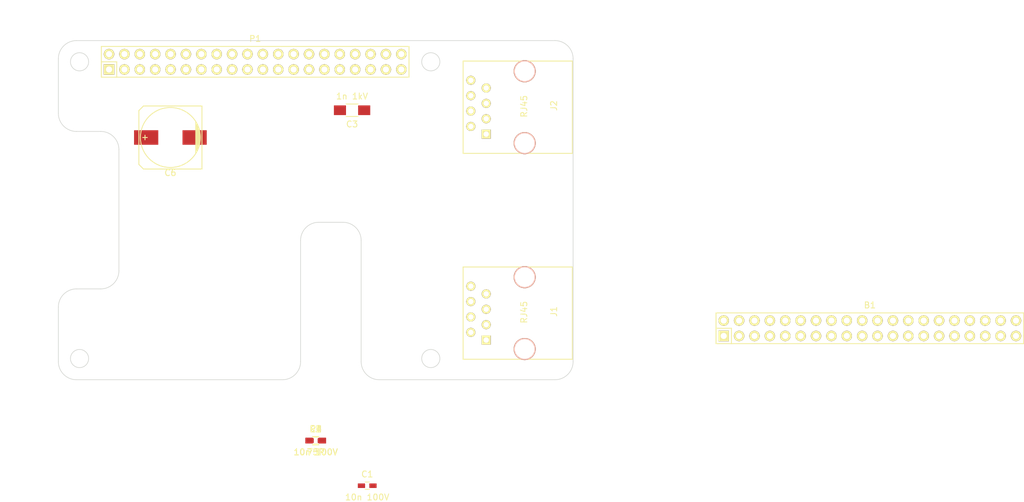
<source format=kicad_pcb>
(kicad_pcb (version 4) (host pcbnew "(2014-08-05 BZR 5054)-product")

  (general
    (links 25)
    (no_connects 22)
    (area 34.949999 31.949999 120.050001 88.050001)
    (thickness 1.6)
    (drawings 40)
    (tracks 0)
    (zones 0)
    (modules 14)
    (nets 56)
  )

  (page A4)
  (layers
    (0 F.Cu signal)
    (31 B.Cu signal)
    (32 B.Adhes user)
    (33 F.Adhes user)
    (34 B.Paste user)
    (35 F.Paste user)
    (36 B.SilkS user)
    (37 F.SilkS user)
    (38 B.Mask user)
    (39 F.Mask user)
    (40 Dwgs.User user)
    (41 Cmts.User user)
    (42 Eco1.User user)
    (43 Eco2.User user)
    (44 Edge.Cuts user)
    (45 Margin user)
    (46 B.CrtYd user)
    (47 F.CrtYd user)
    (48 B.Fab user)
    (49 F.Fab user)
  )

  (setup
    (last_trace_width 0.254)
    (trace_clearance 0.254)
    (zone_clearance 0.508)
    (zone_45_only no)
    (trace_min 0.254)
    (segment_width 0.2)
    (edge_width 0.1)
    (via_size 0.889)
    (via_drill 0.635)
    (via_min_size 0.889)
    (via_min_drill 0.508)
    (uvia_size 0.508)
    (uvia_drill 0.127)
    (uvias_allowed no)
    (uvia_min_size 0.508)
    (uvia_min_drill 0.127)
    (pcb_text_width 0.3)
    (pcb_text_size 1.5 1.5)
    (mod_edge_width 0.15)
    (mod_text_size 1 1)
    (mod_text_width 0.15)
    (pad_size 1.5 1.5)
    (pad_drill 0.6)
    (pad_to_mask_clearance 0)
    (aux_axis_origin 0 0)
    (visible_elements FFFFFF7F)
    (pcbplotparams
      (layerselection 0x00030_80000001)
      (usegerberextensions false)
      (excludeedgelayer true)
      (linewidth 0.100000)
      (plotframeref false)
      (viasonmask false)
      (mode 1)
      (useauxorigin false)
      (hpglpennumber 1)
      (hpglpenspeed 20)
      (hpglpendiameter 15)
      (hpglpenoverlay 2)
      (psnegative false)
      (psa4output false)
      (plotreference true)
      (plotvalue true)
      (plotinvisibletext false)
      (padsonsilk false)
      (subtractmaskfromsilk false)
      (outputformat 1)
      (mirror false)
      (drillshape 1)
      (scaleselection 1)
      (outputdirectory ""))
  )

  (net 0 "")
  (net 1 GNDD)
  (net 2 /POE_A-)
  (net 3 /VIN)
  (net 4 /POE_A+)
  (net 5 /POE_B-)
  (net 6 "Net-(C1-Pad2)")
  (net 7 /POE_B+)
  (net 8 "Net-(C2-Pad2)")
  (net 9 "Net-(C3-Pad1)")
  (net 10 GNDA)
  (net 11 "Net-(C4-Pad2)")
  (net 12 "Net-(C5-Pad2)")
  (net 13 +5V)
  (net 14 GND)
  (net 15 "Net-(J1-Pad1)")
  (net 16 "Net-(J1-Pad2)")
  (net 17 "Net-(J1-Pad3)")
  (net 18 "Net-(J1-Pad4)")
  (net 19 "Net-(J1-Pad5)")
  (net 20 "Net-(J1-Pad6)")
  (net 21 "Net-(J1-Pad7)")
  (net 22 "Net-(J1-Pad8)")
  (net 23 "Net-(J2-Pad1)")
  (net 24 "Net-(J2-Pad2)")
  (net 25 "Net-(J2-Pad3)")
  (net 26 "Net-(J2-Pad6)")
  (net 27 +3V3)
  (net 28 "Net-(P1-Pad3)")
  (net 29 "Net-(P1-Pad5)")
  (net 30 "Net-(P1-Pad7)")
  (net 31 "Net-(P1-Pad8)")
  (net 32 "Net-(P1-Pad10)")
  (net 33 "Net-(P1-Pad11)")
  (net 34 "Net-(P1-Pad12)")
  (net 35 "Net-(P1-Pad13)")
  (net 36 "Net-(P1-Pad15)")
  (net 37 "Net-(P1-Pad16)")
  (net 38 "Net-(P1-Pad18)")
  (net 39 "Net-(P1-Pad19)")
  (net 40 "Net-(P1-Pad21)")
  (net 41 "Net-(P1-Pad22)")
  (net 42 "Net-(P1-Pad23)")
  (net 43 "Net-(P1-Pad24)")
  (net 44 "Net-(P1-Pad26)")
  (net 45 "Net-(P1-Pad27)")
  (net 46 "Net-(P1-Pad28)")
  (net 47 "Net-(P1-Pad29)")
  (net 48 "Net-(P1-Pad31)")
  (net 49 "Net-(P1-Pad32)")
  (net 50 "Net-(P1-Pad33)")
  (net 51 "Net-(P1-Pad35)")
  (net 52 "Net-(P1-Pad36)")
  (net 53 "Net-(P1-Pad37)")
  (net 54 "Net-(P1-Pad38)")
  (net 55 "Net-(P1-Pad40)")

  (net_class Default "This is the default net class."
    (clearance 0.254)
    (trace_width 0.254)
    (via_dia 0.889)
    (via_drill 0.635)
    (uvia_dia 0.508)
    (uvia_drill 0.127)
    (add_net +3V3)
    (add_net +5V)
    (add_net /POE_A+)
    (add_net /POE_A-)
    (add_net /POE_B+)
    (add_net /POE_B-)
    (add_net /VIN)
    (add_net GND)
    (add_net GNDA)
    (add_net GNDD)
    (add_net "Net-(C1-Pad2)")
    (add_net "Net-(C2-Pad2)")
    (add_net "Net-(C3-Pad1)")
    (add_net "Net-(C4-Pad2)")
    (add_net "Net-(C5-Pad2)")
    (add_net "Net-(J1-Pad1)")
    (add_net "Net-(J1-Pad2)")
    (add_net "Net-(J1-Pad3)")
    (add_net "Net-(J1-Pad4)")
    (add_net "Net-(J1-Pad5)")
    (add_net "Net-(J1-Pad6)")
    (add_net "Net-(J1-Pad7)")
    (add_net "Net-(J1-Pad8)")
    (add_net "Net-(J2-Pad1)")
    (add_net "Net-(J2-Pad2)")
    (add_net "Net-(J2-Pad3)")
    (add_net "Net-(J2-Pad6)")
    (add_net "Net-(P1-Pad10)")
    (add_net "Net-(P1-Pad11)")
    (add_net "Net-(P1-Pad12)")
    (add_net "Net-(P1-Pad13)")
    (add_net "Net-(P1-Pad15)")
    (add_net "Net-(P1-Pad16)")
    (add_net "Net-(P1-Pad18)")
    (add_net "Net-(P1-Pad19)")
    (add_net "Net-(P1-Pad21)")
    (add_net "Net-(P1-Pad22)")
    (add_net "Net-(P1-Pad23)")
    (add_net "Net-(P1-Pad24)")
    (add_net "Net-(P1-Pad26)")
    (add_net "Net-(P1-Pad27)")
    (add_net "Net-(P1-Pad28)")
    (add_net "Net-(P1-Pad29)")
    (add_net "Net-(P1-Pad3)")
    (add_net "Net-(P1-Pad31)")
    (add_net "Net-(P1-Pad32)")
    (add_net "Net-(P1-Pad33)")
    (add_net "Net-(P1-Pad35)")
    (add_net "Net-(P1-Pad36)")
    (add_net "Net-(P1-Pad37)")
    (add_net "Net-(P1-Pad38)")
    (add_net "Net-(P1-Pad40)")
    (add_net "Net-(P1-Pad5)")
    (add_net "Net-(P1-Pad7)")
    (add_net "Net-(P1-Pad8)")
  )

  (module Pin_Headers:Pin_Header_Straight_2x20 (layer F.Cu) (tedit 54D3920F) (tstamp 54D39290)
    (at 169 79.5)
    (descr "Through hole pin header")
    (tags "pin header")
    (path /54A92A1C)
    (fp_text reference B1 (at 0 -3.81) (layer F.SilkS)
      (effects (font (size 1 1) (thickness 0.15)))
    )
    (fp_text value MBS1 (at 0 0) (layer F.SilkS) hide
      (effects (font (size 1 1) (thickness 0.15)))
    )
    (fp_line (start 25.4 -2.54) (end -25.4 -2.54) (layer F.SilkS) (width 0.15))
    (fp_line (start -22.86 2.54) (end 25.4 2.54) (layer F.SilkS) (width 0.15))
    (fp_line (start 25.4 -2.54) (end 25.4 2.54) (layer F.SilkS) (width 0.15))
    (fp_line (start -25.4 -2.54) (end -25.4 0) (layer F.SilkS) (width 0.15))
    (fp_line (start -25.4 2.54) (end -22.86 2.54) (layer F.SilkS) (width 0.15))
    (fp_line (start -25.4 0) (end -22.86 0) (layer F.SilkS) (width 0.15))
    (fp_line (start -22.86 0) (end -22.86 2.54) (layer F.SilkS) (width 0.15))
    (fp_line (start -25.4 2.54) (end -25.4 0) (layer F.SilkS) (width 0.15))
    (pad 1 thru_hole rect (at -24.13 1.27) (size 1.7272 1.7272) (drill 1.016) (layers *.Cu *.Mask F.SilkS)
      (net 1 GNDD))
    (pad 2 thru_hole oval (at -24.13 -1.27) (size 1.7272 1.7272) (drill 1.016) (layers *.Cu *.Mask F.SilkS)
      (net 2 /POE_A-))
    (pad 3 thru_hole oval (at -21.59 1.27) (size 1.7272 1.7272) (drill 1.016) (layers *.Cu *.Mask F.SilkS)
      (net 3 /VIN))
    (pad 4 thru_hole oval (at -21.59 -1.27) (size 1.7272 1.7272) (drill 1.016) (layers *.Cu *.Mask F.SilkS)
      (net 4 /POE_A+))
    (pad 5 thru_hole oval (at -19.05 1.27) (size 1.7272 1.7272) (drill 1.016) (layers *.Cu *.Mask F.SilkS))
    (pad 6 thru_hole oval (at -19.05 -1.27) (size 1.7272 1.7272) (drill 1.016) (layers *.Cu *.Mask F.SilkS))
    (pad 7 thru_hole oval (at -16.51 1.27) (size 1.7272 1.7272) (drill 1.016) (layers *.Cu *.Mask F.SilkS))
    (pad 8 thru_hole oval (at -16.51 -1.27) (size 1.7272 1.7272) (drill 1.016) (layers *.Cu *.Mask F.SilkS))
    (pad 9 thru_hole oval (at -13.97 1.27) (size 1.7272 1.7272) (drill 1.016) (layers *.Cu *.Mask F.SilkS))
    (pad 10 thru_hole oval (at -13.97 -1.27) (size 1.7272 1.7272) (drill 1.016) (layers *.Cu *.Mask F.SilkS))
    (pad 11 thru_hole oval (at -11.43 1.27) (size 1.7272 1.7272) (drill 1.016) (layers *.Cu *.Mask F.SilkS))
    (pad 12 thru_hole oval (at -11.43 -1.27) (size 1.7272 1.7272) (drill 1.016) (layers *.Cu *.Mask F.SilkS))
    (pad 13 thru_hole oval (at -8.89 1.27) (size 1.7272 1.7272) (drill 1.016) (layers *.Cu *.Mask F.SilkS))
    (pad 14 thru_hole oval (at -8.89 -1.27) (size 1.7272 1.7272) (drill 1.016) (layers *.Cu *.Mask F.SilkS))
    (pad 15 thru_hole oval (at -6.35 1.27) (size 1.7272 1.7272) (drill 1.016) (layers *.Cu *.Mask F.SilkS))
    (pad 16 thru_hole oval (at -6.35 -1.27) (size 1.7272 1.7272) (drill 1.016) (layers *.Cu *.Mask F.SilkS))
    (pad 17 thru_hole oval (at -3.81 1.27) (size 1.7272 1.7272) (drill 1.016) (layers *.Cu *.Mask F.SilkS))
    (pad 18 thru_hole oval (at -3.81 -1.27) (size 1.7272 1.7272) (drill 1.016) (layers *.Cu *.Mask F.SilkS))
    (pad 19 thru_hole oval (at -1.27 1.27) (size 1.7272 1.7272) (drill 1.016) (layers *.Cu *.Mask F.SilkS))
    (pad 20 thru_hole oval (at -1.27 -1.27) (size 1.7272 1.7272) (drill 1.016) (layers *.Cu *.Mask F.SilkS))
    (pad 21 thru_hole oval (at 1.27 1.27) (size 1.7272 1.7272) (drill 1.016) (layers *.Cu *.Mask F.SilkS))
    (pad 22 thru_hole oval (at 1.27 -1.27) (size 1.7272 1.7272) (drill 1.016) (layers *.Cu *.Mask F.SilkS))
    (pad 23 thru_hole oval (at 3.81 1.27) (size 1.7272 1.7272) (drill 1.016) (layers *.Cu *.Mask F.SilkS))
    (pad 24 thru_hole oval (at 3.81 -1.27) (size 1.7272 1.7272) (drill 1.016) (layers *.Cu *.Mask F.SilkS))
    (pad 25 thru_hole oval (at 6.35 1.27) (size 1.7272 1.7272) (drill 1.016) (layers *.Cu *.Mask F.SilkS))
    (pad 26 thru_hole oval (at 6.35 -1.27) (size 1.7272 1.7272) (drill 1.016) (layers *.Cu *.Mask F.SilkS))
    (pad 27 thru_hole oval (at 8.89 1.27) (size 1.7272 1.7272) (drill 1.016) (layers *.Cu *.Mask F.SilkS))
    (pad 28 thru_hole oval (at 8.89 -1.27) (size 1.7272 1.7272) (drill 1.016) (layers *.Cu *.Mask F.SilkS))
    (pad 29 thru_hole oval (at 11.43 1.27) (size 1.7272 1.7272) (drill 1.016) (layers *.Cu *.Mask F.SilkS))
    (pad 30 thru_hole oval (at 11.43 -1.27) (size 1.7272 1.7272) (drill 1.016) (layers *.Cu *.Mask F.SilkS))
    (pad 31 thru_hole oval (at 13.97 1.27) (size 1.7272 1.7272) (drill 1.016) (layers *.Cu *.Mask F.SilkS))
    (pad 32 thru_hole oval (at 13.97 -1.27) (size 1.7272 1.7272) (drill 1.016) (layers *.Cu *.Mask F.SilkS))
    (pad 33 thru_hole oval (at 16.51 1.27) (size 1.7272 1.7272) (drill 1.016) (layers *.Cu *.Mask F.SilkS))
    (pad 34 thru_hole oval (at 16.51 -1.27) (size 1.7272 1.7272) (drill 1.016) (layers *.Cu *.Mask F.SilkS))
    (pad 35 thru_hole oval (at 19.05 1.27) (size 1.7272 1.7272) (drill 1.016) (layers *.Cu *.Mask F.SilkS))
    (pad 36 thru_hole oval (at 19.05 -1.27) (size 1.7272 1.7272) (drill 1.016) (layers *.Cu *.Mask F.SilkS))
    (pad 37 thru_hole oval (at 21.59 1.27) (size 1.7272 1.7272) (drill 1.016) (layers *.Cu *.Mask F.SilkS))
    (pad 38 thru_hole oval (at 21.59 -1.27) (size 1.7272 1.7272) (drill 1.016) (layers *.Cu *.Mask F.SilkS))
    (pad 39 thru_hole oval (at 24.13 1.27) (size 1.7272 1.7272) (drill 1.016) (layers *.Cu *.Mask F.SilkS))
    (pad 40 thru_hole oval (at 24.13 -1.27) (size 1.7272 1.7272) (drill 1.016) (layers *.Cu *.Mask F.SilkS))
    (model Pin_Headers/Pin_Header_Straight_2x20.wrl
      (at (xyz 0 0 0))
      (scale (xyz 1 1 1))
      (rotate (xyz 0 0 0))
    )
  )

  (module Capacitors_SMD:C_0603_HandSoldering (layer F.Cu) (tedit 541A9B4D) (tstamp 54D39296)
    (at 86 105.5)
    (descr "Capacitor SMD 0603, hand soldering")
    (tags "capacitor 0603")
    (path /54CE35F8)
    (attr smd)
    (fp_text reference C1 (at 0 -1.9) (layer F.SilkS)
      (effects (font (size 1 1) (thickness 0.15)))
    )
    (fp_text value "10n 100V" (at 0 1.9) (layer F.SilkS)
      (effects (font (size 1 1) (thickness 0.15)))
    )
    (fp_line (start -1.85 -0.75) (end 1.85 -0.75) (layer F.CrtYd) (width 0.05))
    (fp_line (start -1.85 0.75) (end 1.85 0.75) (layer F.CrtYd) (width 0.05))
    (fp_line (start -1.85 -0.75) (end -1.85 0.75) (layer F.CrtYd) (width 0.05))
    (fp_line (start 1.85 -0.75) (end 1.85 0.75) (layer F.CrtYd) (width 0.05))
    (fp_line (start -0.35 -0.6) (end 0.35 -0.6) (layer F.SilkS) (width 0.15))
    (fp_line (start 0.35 0.6) (end -0.35 0.6) (layer F.SilkS) (width 0.15))
    (pad 1 smd rect (at -0.95 0) (size 1.2 0.75) (layers F.Cu F.Paste F.Mask)
      (net 5 /POE_B-))
    (pad 2 smd rect (at 0.95 0) (size 1.2 0.75) (layers F.Cu F.Paste F.Mask)
      (net 6 "Net-(C1-Pad2)"))
    (model Capacitors_SMD/C_0603_HandSoldering.wrl
      (at (xyz 0 0 0))
      (scale (xyz 1 1 1))
      (rotate (xyz 0 0 0))
    )
  )

  (module Capacitors_SMD:C_0603_HandSoldering (layer F.Cu) (tedit 541A9B4D) (tstamp 54D3929C)
    (at 77.5 98.050001)
    (descr "Capacitor SMD 0603, hand soldering")
    (tags "capacitor 0603")
    (path /54CE366C)
    (attr smd)
    (fp_text reference C2 (at 0 -1.9) (layer F.SilkS)
      (effects (font (size 1 1) (thickness 0.15)))
    )
    (fp_text value "10n 100V" (at 0 1.9) (layer F.SilkS)
      (effects (font (size 1 1) (thickness 0.15)))
    )
    (fp_line (start -1.85 -0.75) (end 1.85 -0.75) (layer F.CrtYd) (width 0.05))
    (fp_line (start -1.85 0.75) (end 1.85 0.75) (layer F.CrtYd) (width 0.05))
    (fp_line (start -1.85 -0.75) (end -1.85 0.75) (layer F.CrtYd) (width 0.05))
    (fp_line (start 1.85 -0.75) (end 1.85 0.75) (layer F.CrtYd) (width 0.05))
    (fp_line (start -0.35 -0.6) (end 0.35 -0.6) (layer F.SilkS) (width 0.15))
    (fp_line (start 0.35 0.6) (end -0.35 0.6) (layer F.SilkS) (width 0.15))
    (pad 1 smd rect (at -0.95 0) (size 1.2 0.75) (layers F.Cu F.Paste F.Mask)
      (net 7 /POE_B+))
    (pad 2 smd rect (at 0.95 0) (size 1.2 0.75) (layers F.Cu F.Paste F.Mask)
      (net 8 "Net-(C2-Pad2)"))
    (model Capacitors_SMD/C_0603_HandSoldering.wrl
      (at (xyz 0 0 0))
      (scale (xyz 1 1 1))
      (rotate (xyz 0 0 0))
    )
  )

  (module Capacitors_SMD:C_1206_HandSoldering (layer F.Cu) (tedit 541A9C03) (tstamp 54D392A2)
    (at 83.5 43.5 180)
    (descr "Capacitor SMD 1206, hand soldering")
    (tags "capacitor 1206")
    (path /54CE3C15)
    (attr smd)
    (fp_text reference C3 (at 0 -2.3 180) (layer F.SilkS)
      (effects (font (size 1 1) (thickness 0.15)))
    )
    (fp_text value "1n 1kV" (at 0 2.3 180) (layer F.SilkS)
      (effects (font (size 1 1) (thickness 0.15)))
    )
    (fp_line (start -3.3 -1.15) (end 3.3 -1.15) (layer F.CrtYd) (width 0.05))
    (fp_line (start -3.3 1.15) (end 3.3 1.15) (layer F.CrtYd) (width 0.05))
    (fp_line (start -3.3 -1.15) (end -3.3 1.15) (layer F.CrtYd) (width 0.05))
    (fp_line (start 3.3 -1.15) (end 3.3 1.15) (layer F.CrtYd) (width 0.05))
    (fp_line (start 1 -1.025) (end -1 -1.025) (layer F.SilkS) (width 0.15))
    (fp_line (start -1 1.025) (end 1 1.025) (layer F.SilkS) (width 0.15))
    (pad 1 smd rect (at -2 0 180) (size 2 1.6) (layers F.Cu F.Paste F.Mask)
      (net 9 "Net-(C3-Pad1)"))
    (pad 2 smd rect (at 2 0 180) (size 2 1.6) (layers F.Cu F.Paste F.Mask)
      (net 10 GNDA))
    (model Capacitors_SMD/C_1206_HandSoldering.wrl
      (at (xyz 0 0 0))
      (scale (xyz 1 1 1))
      (rotate (xyz 0 0 0))
    )
  )

  (module Capacitors_SMD:C_0603_HandSoldering (layer F.Cu) (tedit 541A9B4D) (tstamp 54D392A8)
    (at 77.5 98.050001)
    (descr "Capacitor SMD 0603, hand soldering")
    (tags "capacitor 0603")
    (path /54CE3693)
    (attr smd)
    (fp_text reference C4 (at 0 -1.9) (layer F.SilkS)
      (effects (font (size 1 1) (thickness 0.15)))
    )
    (fp_text value "10n 100V" (at 0 1.9) (layer F.SilkS)
      (effects (font (size 1 1) (thickness 0.15)))
    )
    (fp_line (start -1.85 -0.75) (end 1.85 -0.75) (layer F.CrtYd) (width 0.05))
    (fp_line (start -1.85 0.75) (end 1.85 0.75) (layer F.CrtYd) (width 0.05))
    (fp_line (start -1.85 -0.75) (end -1.85 0.75) (layer F.CrtYd) (width 0.05))
    (fp_line (start 1.85 -0.75) (end 1.85 0.75) (layer F.CrtYd) (width 0.05))
    (fp_line (start -0.35 -0.6) (end 0.35 -0.6) (layer F.SilkS) (width 0.15))
    (fp_line (start 0.35 0.6) (end -0.35 0.6) (layer F.SilkS) (width 0.15))
    (pad 1 smd rect (at -0.95 0) (size 1.2 0.75) (layers F.Cu F.Paste F.Mask)
      (net 2 /POE_A-))
    (pad 2 smd rect (at 0.95 0) (size 1.2 0.75) (layers F.Cu F.Paste F.Mask)
      (net 11 "Net-(C4-Pad2)"))
    (model Capacitors_SMD/C_0603_HandSoldering.wrl
      (at (xyz 0 0 0))
      (scale (xyz 1 1 1))
      (rotate (xyz 0 0 0))
    )
  )

  (module Capacitors_SMD:C_0603_HandSoldering (layer F.Cu) (tedit 541A9B4D) (tstamp 54D392AE)
    (at 77.5 98.050001)
    (descr "Capacitor SMD 0603, hand soldering")
    (tags "capacitor 0603")
    (path /54CE36B2)
    (attr smd)
    (fp_text reference C5 (at 0 -1.9) (layer F.SilkS)
      (effects (font (size 1 1) (thickness 0.15)))
    )
    (fp_text value "10n 100V" (at 0 1.9) (layer F.SilkS)
      (effects (font (size 1 1) (thickness 0.15)))
    )
    (fp_line (start -1.85 -0.75) (end 1.85 -0.75) (layer F.CrtYd) (width 0.05))
    (fp_line (start -1.85 0.75) (end 1.85 0.75) (layer F.CrtYd) (width 0.05))
    (fp_line (start -1.85 -0.75) (end -1.85 0.75) (layer F.CrtYd) (width 0.05))
    (fp_line (start 1.85 -0.75) (end 1.85 0.75) (layer F.CrtYd) (width 0.05))
    (fp_line (start -0.35 -0.6) (end 0.35 -0.6) (layer F.SilkS) (width 0.15))
    (fp_line (start 0.35 0.6) (end -0.35 0.6) (layer F.SilkS) (width 0.15))
    (pad 1 smd rect (at -0.95 0) (size 1.2 0.75) (layers F.Cu F.Paste F.Mask)
      (net 4 /POE_A+))
    (pad 2 smd rect (at 0.95 0) (size 1.2 0.75) (layers F.Cu F.Paste F.Mask)
      (net 12 "Net-(C5-Pad2)"))
    (model Capacitors_SMD/C_0603_HandSoldering.wrl
      (at (xyz 0 0 0))
      (scale (xyz 1 1 1))
      (rotate (xyz 0 0 0))
    )
  )

  (module Capacitors_SMD:c_elec_10x10 (layer F.Cu) (tedit 54D3920F) (tstamp 54D392B4)
    (at 53.5 48 180)
    (descr "SMT capacitor, aluminium electrolytic, 10x10")
    (path /54CE6429)
    (fp_text reference C6 (at 0 -5.842 180) (layer F.SilkS)
      (effects (font (size 1 1) (thickness 0.15)))
    )
    (fp_text value 470u (at 0 5.842 180) (layer F.SilkS) hide
      (effects (font (size 1 1) (thickness 0.15)))
    )
    (fp_line (start -4.826 1.016) (end -4.826 -1.016) (layer F.SilkS) (width 0.15))
    (fp_line (start -4.699 -1.397) (end -4.699 1.524) (layer F.SilkS) (width 0.15))
    (fp_line (start -4.572 1.778) (end -4.572 -1.778) (layer F.SilkS) (width 0.15))
    (fp_line (start -4.445 -2.159) (end -4.445 2.159) (layer F.SilkS) (width 0.15))
    (fp_line (start -4.318 2.413) (end -4.318 -2.413) (layer F.SilkS) (width 0.15))
    (fp_line (start -4.191 -2.54) (end -4.191 2.54) (layer F.SilkS) (width 0.15))
    (fp_circle (center 0 0) (end 4.953 0) (layer F.SilkS) (width 0.15))
    (fp_line (start -5.207 -5.207) (end -5.207 5.207) (layer F.SilkS) (width 0.15))
    (fp_line (start -5.207 5.207) (end 4.445 5.207) (layer F.SilkS) (width 0.15))
    (fp_line (start 4.445 5.207) (end 5.207 4.445) (layer F.SilkS) (width 0.15))
    (fp_line (start 5.207 4.445) (end 5.207 -4.445) (layer F.SilkS) (width 0.15))
    (fp_line (start 5.207 -4.445) (end 4.445 -5.207) (layer F.SilkS) (width 0.15))
    (fp_line (start 4.445 -5.207) (end -5.207 -5.207) (layer F.SilkS) (width 0.15))
    (fp_line (start 4.572 0) (end 3.81 0) (layer F.SilkS) (width 0.15))
    (fp_line (start 4.191 -0.381) (end 4.191 0.381) (layer F.SilkS) (width 0.15))
    (pad 1 smd rect (at 4.0005 0 180) (size 4.0005 2.4003) (layers F.Cu F.Paste F.Mask)
      (net 13 +5V))
    (pad 2 smd rect (at -4.0005 0 180) (size 4.0005 2.4003) (layers F.Cu F.Paste F.Mask)
      (net 14 GND))
    (model Capacitors_SMD/c_elec_10x10.wrl
      (at (xyz 0 0 0))
      (scale (xyz 1 1 1))
      (rotate (xyz 0 0 0))
    )
  )

  (module Connect:RJ45_8 (layer F.Cu) (tedit 54D3920F) (tstamp 54D392C2)
    (at 112 77 90)
    (tags RJ45)
    (path /54A92C84)
    (fp_text reference J1 (at 0.254 4.826 90) (layer F.SilkS)
      (effects (font (size 1 1) (thickness 0.15)))
    )
    (fp_text value RJ45 (at 0.14224 -0.1016 90) (layer F.SilkS)
      (effects (font (size 1 1) (thickness 0.15)))
    )
    (fp_line (start -7.62 7.874) (end 7.62 7.874) (layer F.SilkS) (width 0.15))
    (fp_line (start 7.62 7.874) (end 7.62 -10.16) (layer F.SilkS) (width 0.15))
    (fp_line (start 7.62 -10.16) (end -7.62 -10.16) (layer F.SilkS) (width 0.15))
    (fp_line (start -7.62 -10.16) (end -7.62 7.874) (layer F.SilkS) (width 0.15))
    (pad Hole np_thru_hole circle (at 5.93852 0 90) (size 3.64998 3.64998) (drill 3.2512) (layers *.Cu *.SilkS *.Mask))
    (pad Hole np_thru_hole circle (at -5.9309 0 90) (size 3.64998 3.64998) (drill 3.2512) (layers *.Cu *.SilkS *.Mask))
    (pad 1 thru_hole rect (at -4.445 -6.35 90) (size 1.50114 1.50114) (drill 0.89916) (layers *.Cu *.Mask F.SilkS)
      (net 15 "Net-(J1-Pad1)"))
    (pad 2 thru_hole circle (at -3.175 -8.89 90) (size 1.50114 1.50114) (drill 0.89916) (layers *.Cu *.Mask F.SilkS)
      (net 16 "Net-(J1-Pad2)"))
    (pad 3 thru_hole circle (at -1.905 -6.35 90) (size 1.50114 1.50114) (drill 0.89916) (layers *.Cu *.Mask F.SilkS)
      (net 17 "Net-(J1-Pad3)"))
    (pad 4 thru_hole circle (at -0.635 -8.89 90) (size 1.50114 1.50114) (drill 0.89916) (layers *.Cu *.Mask F.SilkS)
      (net 18 "Net-(J1-Pad4)"))
    (pad 5 thru_hole circle (at 0.635 -6.35 90) (size 1.50114 1.50114) (drill 0.89916) (layers *.Cu *.Mask F.SilkS)
      (net 19 "Net-(J1-Pad5)"))
    (pad 6 thru_hole circle (at 1.905 -8.89 90) (size 1.50114 1.50114) (drill 0.89916) (layers *.Cu *.Mask F.SilkS)
      (net 20 "Net-(J1-Pad6)"))
    (pad 7 thru_hole circle (at 3.175 -6.35 90) (size 1.50114 1.50114) (drill 0.89916) (layers *.Cu *.Mask F.SilkS)
      (net 21 "Net-(J1-Pad7)"))
    (pad 8 thru_hole circle (at 4.445 -8.89 90) (size 1.50114 1.50114) (drill 0.89916) (layers *.Cu *.Mask F.SilkS)
      (net 22 "Net-(J1-Pad8)"))
    (model Connect/RJ45_8.wrl
      (at (xyz 0 0 0))
      (scale (xyz 0.4000000059604645 0.4000000059604645 0.4000000059604645))
      (rotate (xyz 0 0 0))
    )
  )

  (module Connect:RJ45_8 (layer F.Cu) (tedit 54D3920F) (tstamp 54D392D0)
    (at 112 43 90)
    (tags RJ45)
    (path /54A92AE4)
    (fp_text reference J2 (at 0.254 4.826 90) (layer F.SilkS)
      (effects (font (size 1 1) (thickness 0.15)))
    )
    (fp_text value RJ45 (at 0.14224 -0.1016 90) (layer F.SilkS)
      (effects (font (size 1 1) (thickness 0.15)))
    )
    (fp_line (start -7.62 7.874) (end 7.62 7.874) (layer F.SilkS) (width 0.15))
    (fp_line (start 7.62 7.874) (end 7.62 -10.16) (layer F.SilkS) (width 0.15))
    (fp_line (start 7.62 -10.16) (end -7.62 -10.16) (layer F.SilkS) (width 0.15))
    (fp_line (start -7.62 -10.16) (end -7.62 7.874) (layer F.SilkS) (width 0.15))
    (pad Hole np_thru_hole circle (at 5.93852 0 90) (size 3.64998 3.64998) (drill 3.2512) (layers *.Cu *.SilkS *.Mask))
    (pad Hole np_thru_hole circle (at -5.9309 0 90) (size 3.64998 3.64998) (drill 3.2512) (layers *.Cu *.SilkS *.Mask))
    (pad 1 thru_hole rect (at -4.445 -6.35 90) (size 1.50114 1.50114) (drill 0.89916) (layers *.Cu *.Mask F.SilkS)
      (net 23 "Net-(J2-Pad1)"))
    (pad 2 thru_hole circle (at -3.175 -8.89 90) (size 1.50114 1.50114) (drill 0.89916) (layers *.Cu *.Mask F.SilkS)
      (net 24 "Net-(J2-Pad2)"))
    (pad 3 thru_hole circle (at -1.905 -6.35 90) (size 1.50114 1.50114) (drill 0.89916) (layers *.Cu *.Mask F.SilkS)
      (net 25 "Net-(J2-Pad3)"))
    (pad 4 thru_hole circle (at -0.635 -8.89 90) (size 1.50114 1.50114) (drill 0.89916) (layers *.Cu *.Mask F.SilkS)
      (net 5 /POE_B-))
    (pad 5 thru_hole circle (at 0.635 -6.35 90) (size 1.50114 1.50114) (drill 0.89916) (layers *.Cu *.Mask F.SilkS)
      (net 5 /POE_B-))
    (pad 6 thru_hole circle (at 1.905 -8.89 90) (size 1.50114 1.50114) (drill 0.89916) (layers *.Cu *.Mask F.SilkS)
      (net 26 "Net-(J2-Pad6)"))
    (pad 7 thru_hole circle (at 3.175 -6.35 90) (size 1.50114 1.50114) (drill 0.89916) (layers *.Cu *.Mask F.SilkS)
      (net 7 /POE_B+))
    (pad 8 thru_hole circle (at 4.445 -8.89 90) (size 1.50114 1.50114) (drill 0.89916) (layers *.Cu *.Mask F.SilkS)
      (net 7 /POE_B+))
    (model Connect/RJ45_8.wrl
      (at (xyz 0 0 0))
      (scale (xyz 0.4000000059604645 0.4000000059604645 0.4000000059604645))
      (rotate (xyz 0 0 0))
    )
  )

  (module Pin_Headers:Pin_Header_Straight_2x20 (layer F.Cu) (tedit 54D3920F) (tstamp 54D392FC)
    (at 67.5 35.5)
    (descr "Through hole pin header")
    (tags "pin header")
    (path /54D38363)
    (fp_text reference P1 (at 0 -3.81) (layer F.SilkS)
      (effects (font (size 1 1) (thickness 0.15)))
    )
    (fp_text value CONN_02X20 (at 0 0) (layer F.SilkS) hide
      (effects (font (size 1 1) (thickness 0.15)))
    )
    (fp_line (start 25.4 -2.54) (end -25.4 -2.54) (layer F.SilkS) (width 0.15))
    (fp_line (start -22.86 2.54) (end 25.4 2.54) (layer F.SilkS) (width 0.15))
    (fp_line (start 25.4 -2.54) (end 25.4 2.54) (layer F.SilkS) (width 0.15))
    (fp_line (start -25.4 -2.54) (end -25.4 0) (layer F.SilkS) (width 0.15))
    (fp_line (start -25.4 2.54) (end -22.86 2.54) (layer F.SilkS) (width 0.15))
    (fp_line (start -25.4 0) (end -22.86 0) (layer F.SilkS) (width 0.15))
    (fp_line (start -22.86 0) (end -22.86 2.54) (layer F.SilkS) (width 0.15))
    (fp_line (start -25.4 2.54) (end -25.4 0) (layer F.SilkS) (width 0.15))
    (pad 1 thru_hole rect (at -24.13 1.27) (size 1.7272 1.7272) (drill 1.016) (layers *.Cu *.Mask F.SilkS)
      (net 27 +3V3))
    (pad 2 thru_hole oval (at -24.13 -1.27) (size 1.7272 1.7272) (drill 1.016) (layers *.Cu *.Mask F.SilkS)
      (net 13 +5V))
    (pad 3 thru_hole oval (at -21.59 1.27) (size 1.7272 1.7272) (drill 1.016) (layers *.Cu *.Mask F.SilkS)
      (net 28 "Net-(P1-Pad3)"))
    (pad 4 thru_hole oval (at -21.59 -1.27) (size 1.7272 1.7272) (drill 1.016) (layers *.Cu *.Mask F.SilkS)
      (net 13 +5V))
    (pad 5 thru_hole oval (at -19.05 1.27) (size 1.7272 1.7272) (drill 1.016) (layers *.Cu *.Mask F.SilkS)
      (net 29 "Net-(P1-Pad5)"))
    (pad 6 thru_hole oval (at -19.05 -1.27) (size 1.7272 1.7272) (drill 1.016) (layers *.Cu *.Mask F.SilkS)
      (net 14 GND))
    (pad 7 thru_hole oval (at -16.51 1.27) (size 1.7272 1.7272) (drill 1.016) (layers *.Cu *.Mask F.SilkS)
      (net 30 "Net-(P1-Pad7)"))
    (pad 8 thru_hole oval (at -16.51 -1.27) (size 1.7272 1.7272) (drill 1.016) (layers *.Cu *.Mask F.SilkS)
      (net 31 "Net-(P1-Pad8)"))
    (pad 9 thru_hole oval (at -13.97 1.27) (size 1.7272 1.7272) (drill 1.016) (layers *.Cu *.Mask F.SilkS)
      (net 14 GND))
    (pad 10 thru_hole oval (at -13.97 -1.27) (size 1.7272 1.7272) (drill 1.016) (layers *.Cu *.Mask F.SilkS)
      (net 32 "Net-(P1-Pad10)"))
    (pad 11 thru_hole oval (at -11.43 1.27) (size 1.7272 1.7272) (drill 1.016) (layers *.Cu *.Mask F.SilkS)
      (net 33 "Net-(P1-Pad11)"))
    (pad 12 thru_hole oval (at -11.43 -1.27) (size 1.7272 1.7272) (drill 1.016) (layers *.Cu *.Mask F.SilkS)
      (net 34 "Net-(P1-Pad12)"))
    (pad 13 thru_hole oval (at -8.89 1.27) (size 1.7272 1.7272) (drill 1.016) (layers *.Cu *.Mask F.SilkS)
      (net 35 "Net-(P1-Pad13)"))
    (pad 14 thru_hole oval (at -8.89 -1.27) (size 1.7272 1.7272) (drill 1.016) (layers *.Cu *.Mask F.SilkS)
      (net 14 GND))
    (pad 15 thru_hole oval (at -6.35 1.27) (size 1.7272 1.7272) (drill 1.016) (layers *.Cu *.Mask F.SilkS)
      (net 36 "Net-(P1-Pad15)"))
    (pad 16 thru_hole oval (at -6.35 -1.27) (size 1.7272 1.7272) (drill 1.016) (layers *.Cu *.Mask F.SilkS)
      (net 37 "Net-(P1-Pad16)"))
    (pad 17 thru_hole oval (at -3.81 1.27) (size 1.7272 1.7272) (drill 1.016) (layers *.Cu *.Mask F.SilkS)
      (net 27 +3V3))
    (pad 18 thru_hole oval (at -3.81 -1.27) (size 1.7272 1.7272) (drill 1.016) (layers *.Cu *.Mask F.SilkS)
      (net 38 "Net-(P1-Pad18)"))
    (pad 19 thru_hole oval (at -1.27 1.27) (size 1.7272 1.7272) (drill 1.016) (layers *.Cu *.Mask F.SilkS)
      (net 39 "Net-(P1-Pad19)"))
    (pad 20 thru_hole oval (at -1.27 -1.27) (size 1.7272 1.7272) (drill 1.016) (layers *.Cu *.Mask F.SilkS)
      (net 14 GND))
    (pad 21 thru_hole oval (at 1.27 1.27) (size 1.7272 1.7272) (drill 1.016) (layers *.Cu *.Mask F.SilkS)
      (net 40 "Net-(P1-Pad21)"))
    (pad 22 thru_hole oval (at 1.27 -1.27) (size 1.7272 1.7272) (drill 1.016) (layers *.Cu *.Mask F.SilkS)
      (net 41 "Net-(P1-Pad22)"))
    (pad 23 thru_hole oval (at 3.81 1.27) (size 1.7272 1.7272) (drill 1.016) (layers *.Cu *.Mask F.SilkS)
      (net 42 "Net-(P1-Pad23)"))
    (pad 24 thru_hole oval (at 3.81 -1.27) (size 1.7272 1.7272) (drill 1.016) (layers *.Cu *.Mask F.SilkS)
      (net 43 "Net-(P1-Pad24)"))
    (pad 25 thru_hole oval (at 6.35 1.27) (size 1.7272 1.7272) (drill 1.016) (layers *.Cu *.Mask F.SilkS)
      (net 14 GND))
    (pad 26 thru_hole oval (at 6.35 -1.27) (size 1.7272 1.7272) (drill 1.016) (layers *.Cu *.Mask F.SilkS)
      (net 44 "Net-(P1-Pad26)"))
    (pad 27 thru_hole oval (at 8.89 1.27) (size 1.7272 1.7272) (drill 1.016) (layers *.Cu *.Mask F.SilkS)
      (net 45 "Net-(P1-Pad27)"))
    (pad 28 thru_hole oval (at 8.89 -1.27) (size 1.7272 1.7272) (drill 1.016) (layers *.Cu *.Mask F.SilkS)
      (net 46 "Net-(P1-Pad28)"))
    (pad 29 thru_hole oval (at 11.43 1.27) (size 1.7272 1.7272) (drill 1.016) (layers *.Cu *.Mask F.SilkS)
      (net 47 "Net-(P1-Pad29)"))
    (pad 30 thru_hole oval (at 11.43 -1.27) (size 1.7272 1.7272) (drill 1.016) (layers *.Cu *.Mask F.SilkS)
      (net 14 GND))
    (pad 31 thru_hole oval (at 13.97 1.27) (size 1.7272 1.7272) (drill 1.016) (layers *.Cu *.Mask F.SilkS)
      (net 48 "Net-(P1-Pad31)"))
    (pad 32 thru_hole oval (at 13.97 -1.27) (size 1.7272 1.7272) (drill 1.016) (layers *.Cu *.Mask F.SilkS)
      (net 49 "Net-(P1-Pad32)"))
    (pad 33 thru_hole oval (at 16.51 1.27) (size 1.7272 1.7272) (drill 1.016) (layers *.Cu *.Mask F.SilkS)
      (net 50 "Net-(P1-Pad33)"))
    (pad 34 thru_hole oval (at 16.51 -1.27) (size 1.7272 1.7272) (drill 1.016) (layers *.Cu *.Mask F.SilkS)
      (net 14 GND))
    (pad 35 thru_hole oval (at 19.05 1.27) (size 1.7272 1.7272) (drill 1.016) (layers *.Cu *.Mask F.SilkS)
      (net 51 "Net-(P1-Pad35)"))
    (pad 36 thru_hole oval (at 19.05 -1.27) (size 1.7272 1.7272) (drill 1.016) (layers *.Cu *.Mask F.SilkS)
      (net 52 "Net-(P1-Pad36)"))
    (pad 37 thru_hole oval (at 21.59 1.27) (size 1.7272 1.7272) (drill 1.016) (layers *.Cu *.Mask F.SilkS)
      (net 53 "Net-(P1-Pad37)"))
    (pad 38 thru_hole oval (at 21.59 -1.27) (size 1.7272 1.7272) (drill 1.016) (layers *.Cu *.Mask F.SilkS)
      (net 54 "Net-(P1-Pad38)"))
    (pad 39 thru_hole oval (at 24.13 1.27) (size 1.7272 1.7272) (drill 1.016) (layers *.Cu *.Mask F.SilkS)
      (net 14 GND))
    (pad 40 thru_hole oval (at 24.13 -1.27) (size 1.7272 1.7272) (drill 1.016) (layers *.Cu *.Mask F.SilkS)
      (net 55 "Net-(P1-Pad40)"))
    (model Pin_Headers/Pin_Header_Straight_2x20.wrl
      (at (xyz 0 0 0))
      (scale (xyz 1 1 1))
      (rotate (xyz 0 0 0))
    )
  )

  (module Resistors_SMD:R_0603_HandSoldering (layer F.Cu) (tedit 5418A00F) (tstamp 54D39302)
    (at 77.5 98.050001)
    (descr "Resistor SMD 0603, hand soldering")
    (tags "resistor 0603")
    (path /54CE3746)
    (attr smd)
    (fp_text reference R1 (at 0 -1.9) (layer F.SilkS)
      (effects (font (size 1 1) (thickness 0.15)))
    )
    (fp_text value 75R (at 0 1.9) (layer F.SilkS)
      (effects (font (size 1 1) (thickness 0.15)))
    )
    (fp_line (start -2 -0.8) (end 2 -0.8) (layer F.CrtYd) (width 0.05))
    (fp_line (start -2 0.8) (end 2 0.8) (layer F.CrtYd) (width 0.05))
    (fp_line (start -2 -0.8) (end -2 0.8) (layer F.CrtYd) (width 0.05))
    (fp_line (start 2 -0.8) (end 2 0.8) (layer F.CrtYd) (width 0.05))
    (fp_line (start 0.5 0.675) (end -0.5 0.675) (layer F.SilkS) (width 0.15))
    (fp_line (start -0.5 -0.675) (end 0.5 -0.675) (layer F.SilkS) (width 0.15))
    (pad 1 smd rect (at -1.1 0) (size 1.2 0.9) (layers F.Cu F.Paste F.Mask)
      (net 6 "Net-(C1-Pad2)"))
    (pad 2 smd rect (at 1.1 0) (size 1.2 0.9) (layers F.Cu F.Paste F.Mask)
      (net 9 "Net-(C3-Pad1)"))
    (model Resistors_SMD/R_0603_HandSoldering.wrl
      (at (xyz 0 0 0))
      (scale (xyz 1 1 1))
      (rotate (xyz 0 0 0))
    )
  )

  (module Resistors_SMD:R_0603_HandSoldering (layer F.Cu) (tedit 5418A00F) (tstamp 54D39308)
    (at 77.5 98.050001)
    (descr "Resistor SMD 0603, hand soldering")
    (tags "resistor 0603")
    (path /54CE3779)
    (attr smd)
    (fp_text reference R2 (at 0 -1.9) (layer F.SilkS)
      (effects (font (size 1 1) (thickness 0.15)))
    )
    (fp_text value 75R (at 0 1.9) (layer F.SilkS)
      (effects (font (size 1 1) (thickness 0.15)))
    )
    (fp_line (start -2 -0.8) (end 2 -0.8) (layer F.CrtYd) (width 0.05))
    (fp_line (start -2 0.8) (end 2 0.8) (layer F.CrtYd) (width 0.05))
    (fp_line (start -2 -0.8) (end -2 0.8) (layer F.CrtYd) (width 0.05))
    (fp_line (start 2 -0.8) (end 2 0.8) (layer F.CrtYd) (width 0.05))
    (fp_line (start 0.5 0.675) (end -0.5 0.675) (layer F.SilkS) (width 0.15))
    (fp_line (start -0.5 -0.675) (end 0.5 -0.675) (layer F.SilkS) (width 0.15))
    (pad 1 smd rect (at -1.1 0) (size 1.2 0.9) (layers F.Cu F.Paste F.Mask)
      (net 8 "Net-(C2-Pad2)"))
    (pad 2 smd rect (at 1.1 0) (size 1.2 0.9) (layers F.Cu F.Paste F.Mask)
      (net 9 "Net-(C3-Pad1)"))
    (model Resistors_SMD/R_0603_HandSoldering.wrl
      (at (xyz 0 0 0))
      (scale (xyz 1 1 1))
      (rotate (xyz 0 0 0))
    )
  )

  (module Resistors_SMD:R_0603_HandSoldering (layer F.Cu) (tedit 5418A00F) (tstamp 54D3930E)
    (at 77.5 98.050001)
    (descr "Resistor SMD 0603, hand soldering")
    (tags "resistor 0603")
    (path /54CE3796)
    (attr smd)
    (fp_text reference R3 (at 0 -1.9) (layer F.SilkS)
      (effects (font (size 1 1) (thickness 0.15)))
    )
    (fp_text value 75R (at 0 1.9) (layer F.SilkS)
      (effects (font (size 1 1) (thickness 0.15)))
    )
    (fp_line (start -2 -0.8) (end 2 -0.8) (layer F.CrtYd) (width 0.05))
    (fp_line (start -2 0.8) (end 2 0.8) (layer F.CrtYd) (width 0.05))
    (fp_line (start -2 -0.8) (end -2 0.8) (layer F.CrtYd) (width 0.05))
    (fp_line (start 2 -0.8) (end 2 0.8) (layer F.CrtYd) (width 0.05))
    (fp_line (start 0.5 0.675) (end -0.5 0.675) (layer F.SilkS) (width 0.15))
    (fp_line (start -0.5 -0.675) (end 0.5 -0.675) (layer F.SilkS) (width 0.15))
    (pad 1 smd rect (at -1.1 0) (size 1.2 0.9) (layers F.Cu F.Paste F.Mask)
      (net 11 "Net-(C4-Pad2)"))
    (pad 2 smd rect (at 1.1 0) (size 1.2 0.9) (layers F.Cu F.Paste F.Mask)
      (net 9 "Net-(C3-Pad1)"))
    (model Resistors_SMD/R_0603_HandSoldering.wrl
      (at (xyz 0 0 0))
      (scale (xyz 1 1 1))
      (rotate (xyz 0 0 0))
    )
  )

  (module Resistors_SMD:R_0603_HandSoldering (layer F.Cu) (tedit 5418A00F) (tstamp 54D39314)
    (at 77.5 98.050001)
    (descr "Resistor SMD 0603, hand soldering")
    (tags "resistor 0603")
    (path /54CE37B5)
    (attr smd)
    (fp_text reference R4 (at 0 -1.9) (layer F.SilkS)
      (effects (font (size 1 1) (thickness 0.15)))
    )
    (fp_text value 75R (at 0 1.9) (layer F.SilkS)
      (effects (font (size 1 1) (thickness 0.15)))
    )
    (fp_line (start -2 -0.8) (end 2 -0.8) (layer F.CrtYd) (width 0.05))
    (fp_line (start -2 0.8) (end 2 0.8) (layer F.CrtYd) (width 0.05))
    (fp_line (start -2 -0.8) (end -2 0.8) (layer F.CrtYd) (width 0.05))
    (fp_line (start 2 -0.8) (end 2 0.8) (layer F.CrtYd) (width 0.05))
    (fp_line (start 0.5 0.675) (end -0.5 0.675) (layer F.SilkS) (width 0.15))
    (fp_line (start -0.5 -0.675) (end 0.5 -0.675) (layer F.SilkS) (width 0.15))
    (pad 1 smd rect (at -1.1 0) (size 1.2 0.9) (layers F.Cu F.Paste F.Mask)
      (net 12 "Net-(C5-Pad2)"))
    (pad 2 smd rect (at 1.1 0) (size 1.2 0.9) (layers F.Cu F.Paste F.Mask)
      (net 9 "Net-(C3-Pad1)"))
    (model Resistors_SMD/R_0603_HandSoldering.wrl
      (at (xyz 0 0 0))
      (scale (xyz 1 1 1))
      (rotate (xyz 0 0 0))
    )
  )

  (dimension 29 (width 0.3) (layer Dwgs.User)
    (gr_text "29.000 mm" (at 53 27.15) (layer Dwgs.User)
      (effects (font (size 1.5 1.5) (thickness 0.3)))
    )
    (feature1 (pts (xy 67.5 35.5) (xy 67.5 25.8)))
    (feature2 (pts (xy 38.5 35.5) (xy 38.5 25.8)))
    (crossbar (pts (xy 38.5 28.5) (xy 67.5 28.5)))
    (arrow1a (pts (xy 67.5 28.5) (xy 66.373496 29.086421)))
    (arrow1b (pts (xy 67.5 28.5) (xy 66.373496 27.913579)))
    (arrow2a (pts (xy 38.5 28.5) (xy 39.626504 29.086421)))
    (arrow2b (pts (xy 38.5 28.5) (xy 39.626504 27.913579)))
  )
  (gr_line (start 100 88) (end 100 32) (angle 90) (layer Cmts.User) (width 0.2))
  (gr_circle (center 96.5 84.5) (end 99.5 84.5) (layer F.CrtYd) (width 0.2))
  (gr_circle (center 38.5 84.5) (end 41.5 84.5) (layer F.CrtYd) (width 0.2))
  (gr_circle (center 38.5 35.5) (end 41.5 35.5) (layer F.CrtYd) (width 0.2))
  (gr_circle (center 96.5 35.5) (end 99.5 35.5) (layer F.CrtYd) (width 0.2))
  (gr_text Camera (at 79.5 75 90) (layer Cmts.User)
    (effects (font (size 3 3) (thickness 0.3)))
  )
  (gr_text Display (at 38.5 59 90) (layer Cmts.User)
    (effects (font (size 3 3) (thickness 0.3)))
  )
  (dimension 56 (width 0.3) (layer Dwgs.User)
    (gr_text "56.000 mm" (at 124.85 60 270) (layer Dwgs.User)
      (effects (font (size 1.5 1.5) (thickness 0.3)))
    )
    (feature1 (pts (xy 116.5 88) (xy 126.2 88)))
    (feature2 (pts (xy 116.5 32) (xy 126.2 32)))
    (crossbar (pts (xy 123.5 32) (xy 123.5 88)))
    (arrow1a (pts (xy 123.5 88) (xy 122.913579 86.873496)))
    (arrow1b (pts (xy 123.5 88) (xy 124.086421 86.873496)))
    (arrow2a (pts (xy 123.5 32) (xy 122.913579 33.126504)))
    (arrow2b (pts (xy 123.5 32) (xy 124.086421 33.126504)))
  )
  (dimension 85 (width 0.3) (layer Dwgs.User)
    (gr_text "85.000 mm" (at 77.5 101.35) (layer Dwgs.User)
      (effects (font (size 1.5 1.5) (thickness 0.3)))
    )
    (feature1 (pts (xy 120 80) (xy 120 102.7)))
    (feature2 (pts (xy 35 80) (xy 35 102.7)))
    (crossbar (pts (xy 35 100) (xy 120 100)))
    (arrow1a (pts (xy 120 100) (xy 118.873496 100.586421)))
    (arrow1b (pts (xy 120 100) (xy 118.873496 99.413579)))
    (arrow2a (pts (xy 35 100) (xy 36.126504 100.586421)))
    (arrow2b (pts (xy 35 100) (xy 36.126504 99.413579)))
  )
  (dimension 49 (width 0.3) (layer Dwgs.User)
    (gr_text "49.000 mm" (at 31.65 60 90) (layer Dwgs.User)
      (effects (font (size 1.5 1.5) (thickness 0.3)))
    )
    (feature1 (pts (xy 38.5 35.5) (xy 30.3 35.5)))
    (feature2 (pts (xy 38.5 84.5) (xy 30.3 84.5)))
    (crossbar (pts (xy 33 84.5) (xy 33 35.5)))
    (arrow1a (pts (xy 33 35.5) (xy 33.586421 36.626504)))
    (arrow1b (pts (xy 33 35.5) (xy 32.413579 36.626504)))
    (arrow2a (pts (xy 33 84.5) (xy 33.586421 83.373496)))
    (arrow2b (pts (xy 33 84.5) (xy 32.413579 83.373496)))
  )
  (dimension 58 (width 0.3) (layer Dwgs.User)
    (gr_text "58.000 mm" (at 67.5 94.35) (layer Dwgs.User)
      (effects (font (size 1.5 1.5) (thickness 0.3)))
    )
    (feature1 (pts (xy 96.5 84.5) (xy 96.5 95.7)))
    (feature2 (pts (xy 38.5 84.5) (xy 38.5 95.7)))
    (crossbar (pts (xy 38.5 93) (xy 96.5 93)))
    (arrow1a (pts (xy 96.5 93) (xy 95.373496 93.586421)))
    (arrow1b (pts (xy 96.5 93) (xy 95.373496 92.413579)))
    (arrow2a (pts (xy 38.5 93) (xy 39.626504 93.586421)))
    (arrow2b (pts (xy 38.5 93) (xy 39.626504 92.413579)))
  )
  (gr_line (start 75 85) (end 75 65) (angle 90) (layer Edge.Cuts) (width 0.1))
  (gr_line (start 82 62) (end 78 62) (angle 90) (layer Edge.Cuts) (width 0.1))
  (gr_line (start 85 85) (end 85 65) (angle 90) (layer Edge.Cuts) (width 0.1))
  (gr_line (start 38 88) (end 72 88) (angle 90) (layer Edge.Cuts) (width 0.1))
  (gr_line (start 117 88) (end 88 88) (angle 90) (layer Edge.Cuts) (width 0.1))
  (gr_arc (start 88 85) (end 88 88) (angle 90) (layer Edge.Cuts) (width 0.1))
  (gr_arc (start 72 85) (end 75 85) (angle 90) (layer Edge.Cuts) (width 0.1))
  (gr_arc (start 82 65) (end 82 62) (angle 90) (layer Edge.Cuts) (width 0.1))
  (gr_arc (start 78 65) (end 75 65) (angle 90) (layer Edge.Cuts) (width 0.1))
  (gr_line (start 45 70) (end 45 50) (angle 90) (layer Edge.Cuts) (width 0.1))
  (gr_arc (start 42 70) (end 45 70) (angle 90) (layer Edge.Cuts) (width 0.1))
  (gr_arc (start 42 50) (end 42 47) (angle 90) (layer Edge.Cuts) (width 0.1))
  (gr_arc (start 38 44) (end 38 47) (angle 90) (layer Edge.Cuts) (width 0.1))
  (gr_arc (start 38 76) (end 35 76) (angle 90) (layer Edge.Cuts) (width 0.1))
  (gr_line (start 38 73) (end 42 73) (angle 90) (layer Edge.Cuts) (width 0.1))
  (gr_line (start 38 47) (end 42 47) (angle 90) (layer Edge.Cuts) (width 0.1))
  (gr_line (start 35 44) (end 35 35) (angle 90) (layer Edge.Cuts) (width 0.1))
  (gr_line (start 35 85) (end 35 76) (angle 90) (layer Edge.Cuts) (width 0.1))
  (gr_circle (center 96.5 84.5) (end 98 84.5) (layer Edge.Cuts) (width 0.1))
  (gr_circle (center 96.5 35.5) (end 96.5 34) (layer Edge.Cuts) (width 0.1))
  (gr_circle (center 38.5 35.5) (end 38.5 34) (layer Edge.Cuts) (width 0.1))
  (gr_circle (center 38.5 84.5) (end 37 84.5) (layer Edge.Cuts) (width 0.1))
  (gr_line (start 38 32) (end 117 32) (angle 90) (layer Edge.Cuts) (width 0.1))
  (gr_arc (start 117 85) (end 120 85) (angle 90) (layer Edge.Cuts) (width 0.1))
  (gr_arc (start 117 35) (end 117 32) (angle 90) (layer Edge.Cuts) (width 0.1))
  (gr_line (start 120 35) (end 120 85) (angle 90) (layer Edge.Cuts) (width 0.1))
  (gr_arc (start 38 85) (end 38 88) (angle 90) (layer Edge.Cuts) (width 0.1))
  (gr_arc (start 38 35) (end 35 35) (angle 90) (layer Edge.Cuts) (width 0.1))

)

</source>
